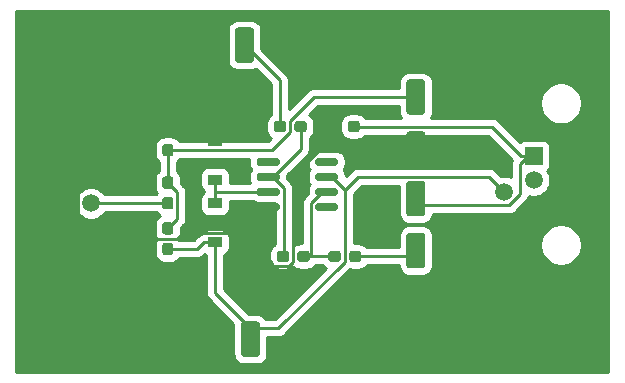
<source format=gbr>
%TF.GenerationSoftware,KiCad,Pcbnew,5.1.6-c6e7f7d~87~ubuntu20.04.1*%
%TF.CreationDate,2020-07-28T11:23:38+02:00*%
%TF.ProjectId,piezo,7069657a-6f2e-46b6-9963-61645f706362,rev?*%
%TF.SameCoordinates,Original*%
%TF.FileFunction,Copper,L1,Top*%
%TF.FilePolarity,Positive*%
%FSLAX46Y46*%
G04 Gerber Fmt 4.6, Leading zero omitted, Abs format (unit mm)*
G04 Created by KiCad (PCBNEW 5.1.6-c6e7f7d~87~ubuntu20.04.1) date 2020-07-28 11:23:38*
%MOMM*%
%LPD*%
G01*
G04 APERTURE LIST*
%TA.AperFunction,ComponentPad*%
%ADD10C,1.500000*%
%TD*%
%TA.AperFunction,ComponentPad*%
%ADD11R,1.500000X1.500000*%
%TD*%
%TA.AperFunction,SMDPad,CuDef*%
%ADD12R,1.200000X0.900000*%
%TD*%
%TA.AperFunction,ComponentPad*%
%ADD13C,3.800000*%
%TD*%
%TA.AperFunction,Conductor*%
%ADD14C,0.250000*%
%TD*%
%TA.AperFunction,Conductor*%
%ADD15C,0.254000*%
%TD*%
G04 APERTURE END LIST*
%TO.P,C1,2*%
%TO.N,GND*%
%TA.AperFunction,SMDPad,CuDef*%
G36*
G01*
X131950000Y-128400000D02*
X133050000Y-128400000D01*
G75*
G02*
X133300000Y-128650000I0J-250000D01*
G01*
X133300000Y-131150000D01*
G75*
G02*
X133050000Y-131400000I-250000J0D01*
G01*
X131950000Y-131400000D01*
G75*
G02*
X131700000Y-131150000I0J250000D01*
G01*
X131700000Y-128650000D01*
G75*
G02*
X131950000Y-128400000I250000J0D01*
G01*
G37*
%TD.AperFunction*%
%TO.P,C1,1*%
%TO.N,Net-(C1-Pad1)*%
%TA.AperFunction,SMDPad,CuDef*%
G36*
G01*
X131950000Y-124000000D02*
X133050000Y-124000000D01*
G75*
G02*
X133300000Y-124250000I0J-250000D01*
G01*
X133300000Y-126750000D01*
G75*
G02*
X133050000Y-127000000I-250000J0D01*
G01*
X131950000Y-127000000D01*
G75*
G02*
X131700000Y-126750000I0J250000D01*
G01*
X131700000Y-124250000D01*
G75*
G02*
X131950000Y-124000000I250000J0D01*
G01*
G37*
%TD.AperFunction*%
%TD*%
%TO.P,C2,2*%
%TO.N,GND*%
%TA.AperFunction,SMDPad,CuDef*%
G36*
G01*
X119050000Y-143100000D02*
X117950000Y-143100000D01*
G75*
G02*
X117700000Y-142850000I0J250000D01*
G01*
X117700000Y-140350000D01*
G75*
G02*
X117950000Y-140100000I250000J0D01*
G01*
X119050000Y-140100000D01*
G75*
G02*
X119300000Y-140350000I0J-250000D01*
G01*
X119300000Y-142850000D01*
G75*
G02*
X119050000Y-143100000I-250000J0D01*
G01*
G37*
%TD.AperFunction*%
%TO.P,C2,1*%
%TO.N,VCC*%
%TA.AperFunction,SMDPad,CuDef*%
G36*
G01*
X119050000Y-147500000D02*
X117950000Y-147500000D01*
G75*
G02*
X117700000Y-147250000I0J250000D01*
G01*
X117700000Y-144750000D01*
G75*
G02*
X117950000Y-144500000I250000J0D01*
G01*
X119050000Y-144500000D01*
G75*
G02*
X119300000Y-144750000I0J-250000D01*
G01*
X119300000Y-147250000D01*
G75*
G02*
X119050000Y-147500000I-250000J0D01*
G01*
G37*
%TD.AperFunction*%
%TD*%
%TO.P,C3,1*%
%TO.N,GND*%
%TA.AperFunction,SMDPad,CuDef*%
G36*
G01*
X118550000Y-127000000D02*
X117450000Y-127000000D01*
G75*
G02*
X117200000Y-126750000I0J250000D01*
G01*
X117200000Y-124250000D01*
G75*
G02*
X117450000Y-124000000I250000J0D01*
G01*
X118550000Y-124000000D01*
G75*
G02*
X118800000Y-124250000I0J-250000D01*
G01*
X118800000Y-126750000D01*
G75*
G02*
X118550000Y-127000000I-250000J0D01*
G01*
G37*
%TD.AperFunction*%
%TO.P,C3,2*%
%TO.N,Net-(C3-Pad2)*%
%TA.AperFunction,SMDPad,CuDef*%
G36*
G01*
X118550000Y-122600000D02*
X117450000Y-122600000D01*
G75*
G02*
X117200000Y-122350000I0J250000D01*
G01*
X117200000Y-119850000D01*
G75*
G02*
X117450000Y-119600000I250000J0D01*
G01*
X118550000Y-119600000D01*
G75*
G02*
X118800000Y-119850000I0J-250000D01*
G01*
X118800000Y-122350000D01*
G75*
G02*
X118550000Y-122600000I-250000J0D01*
G01*
G37*
%TD.AperFunction*%
%TD*%
%TO.P,C4,1*%
%TO.N,Net-(C4-Pad1)*%
%TA.AperFunction,SMDPad,CuDef*%
G36*
G01*
X131950000Y-132600000D02*
X133050000Y-132600000D01*
G75*
G02*
X133300000Y-132850000I0J-250000D01*
G01*
X133300000Y-135350000D01*
G75*
G02*
X133050000Y-135600000I-250000J0D01*
G01*
X131950000Y-135600000D01*
G75*
G02*
X131700000Y-135350000I0J250000D01*
G01*
X131700000Y-132850000D01*
G75*
G02*
X131950000Y-132600000I250000J0D01*
G01*
G37*
%TD.AperFunction*%
%TO.P,C4,2*%
%TO.N,Net-(C4-Pad2)*%
%TA.AperFunction,SMDPad,CuDef*%
G36*
G01*
X131950000Y-137000000D02*
X133050000Y-137000000D01*
G75*
G02*
X133300000Y-137250000I0J-250000D01*
G01*
X133300000Y-139750000D01*
G75*
G02*
X133050000Y-140000000I-250000J0D01*
G01*
X131950000Y-140000000D01*
G75*
G02*
X131700000Y-139750000I0J250000D01*
G01*
X131700000Y-137250000D01*
G75*
G02*
X131950000Y-137000000I250000J0D01*
G01*
G37*
%TD.AperFunction*%
%TD*%
%TO.P,U1,1*%
%TO.N,N/C*%
%TA.AperFunction,SMDPad,CuDef*%
G36*
G01*
X119025000Y-131150000D02*
X119025000Y-130850000D01*
G75*
G02*
X119175000Y-130700000I150000J0D01*
G01*
X120825000Y-130700000D01*
G75*
G02*
X120975000Y-130850000I0J-150000D01*
G01*
X120975000Y-131150000D01*
G75*
G02*
X120825000Y-131300000I-150000J0D01*
G01*
X119175000Y-131300000D01*
G75*
G02*
X119025000Y-131150000I0J150000D01*
G01*
G37*
%TD.AperFunction*%
%TO.P,U1,2*%
%TO.N,Net-(R4-Pad2)*%
%TA.AperFunction,SMDPad,CuDef*%
G36*
G01*
X119025000Y-132420000D02*
X119025000Y-132120000D01*
G75*
G02*
X119175000Y-131970000I150000J0D01*
G01*
X120825000Y-131970000D01*
G75*
G02*
X120975000Y-132120000I0J-150000D01*
G01*
X120975000Y-132420000D01*
G75*
G02*
X120825000Y-132570000I-150000J0D01*
G01*
X119175000Y-132570000D01*
G75*
G02*
X119025000Y-132420000I0J150000D01*
G01*
G37*
%TD.AperFunction*%
%TO.P,U1,3*%
%TO.N,Net-(D1-Pad2)*%
%TA.AperFunction,SMDPad,CuDef*%
G36*
G01*
X119025000Y-133690000D02*
X119025000Y-133390000D01*
G75*
G02*
X119175000Y-133240000I150000J0D01*
G01*
X120825000Y-133240000D01*
G75*
G02*
X120975000Y-133390000I0J-150000D01*
G01*
X120975000Y-133690000D01*
G75*
G02*
X120825000Y-133840000I-150000J0D01*
G01*
X119175000Y-133840000D01*
G75*
G02*
X119025000Y-133690000I0J150000D01*
G01*
G37*
%TD.AperFunction*%
%TO.P,U1,4*%
%TO.N,GND*%
%TA.AperFunction,SMDPad,CuDef*%
G36*
G01*
X119025000Y-134960000D02*
X119025000Y-134660000D01*
G75*
G02*
X119175000Y-134510000I150000J0D01*
G01*
X120825000Y-134510000D01*
G75*
G02*
X120975000Y-134660000I0J-150000D01*
G01*
X120975000Y-134960000D01*
G75*
G02*
X120825000Y-135110000I-150000J0D01*
G01*
X119175000Y-135110000D01*
G75*
G02*
X119025000Y-134960000I0J150000D01*
G01*
G37*
%TD.AperFunction*%
%TO.P,U1,5*%
%TO.N,N/C*%
%TA.AperFunction,SMDPad,CuDef*%
G36*
G01*
X123975000Y-134960000D02*
X123975000Y-134660000D01*
G75*
G02*
X124125000Y-134510000I150000J0D01*
G01*
X125775000Y-134510000D01*
G75*
G02*
X125925000Y-134660000I0J-150000D01*
G01*
X125925000Y-134960000D01*
G75*
G02*
X125775000Y-135110000I-150000J0D01*
G01*
X124125000Y-135110000D01*
G75*
G02*
X123975000Y-134960000I0J150000D01*
G01*
G37*
%TD.AperFunction*%
%TO.P,U1,6*%
%TO.N,Net-(R5-Pad1)*%
%TA.AperFunction,SMDPad,CuDef*%
G36*
G01*
X123975000Y-133690000D02*
X123975000Y-133390000D01*
G75*
G02*
X124125000Y-133240000I150000J0D01*
G01*
X125775000Y-133240000D01*
G75*
G02*
X125925000Y-133390000I0J-150000D01*
G01*
X125925000Y-133690000D01*
G75*
G02*
X125775000Y-133840000I-150000J0D01*
G01*
X124125000Y-133840000D01*
G75*
G02*
X123975000Y-133690000I0J150000D01*
G01*
G37*
%TD.AperFunction*%
%TO.P,U1,7*%
%TO.N,VCC*%
%TA.AperFunction,SMDPad,CuDef*%
G36*
G01*
X123975000Y-132420000D02*
X123975000Y-132120000D01*
G75*
G02*
X124125000Y-131970000I150000J0D01*
G01*
X125775000Y-131970000D01*
G75*
G02*
X125925000Y-132120000I0J-150000D01*
G01*
X125925000Y-132420000D01*
G75*
G02*
X125775000Y-132570000I-150000J0D01*
G01*
X124125000Y-132570000D01*
G75*
G02*
X123975000Y-132420000I0J150000D01*
G01*
G37*
%TD.AperFunction*%
%TO.P,U1,8*%
%TO.N,N/C*%
%TA.AperFunction,SMDPad,CuDef*%
G36*
G01*
X123975000Y-131150000D02*
X123975000Y-130850000D01*
G75*
G02*
X124125000Y-130700000I150000J0D01*
G01*
X125775000Y-130700000D01*
G75*
G02*
X125925000Y-130850000I0J-150000D01*
G01*
X125925000Y-131150000D01*
G75*
G02*
X125775000Y-131300000I-150000J0D01*
G01*
X124125000Y-131300000D01*
G75*
G02*
X123975000Y-131150000I0J150000D01*
G01*
G37*
%TD.AperFunction*%
%TD*%
D10*
%TO.P,X1,1*%
%TO.N,Net-(R1-Pad1)*%
X105000000Y-134500000D03*
%TO.P,X1,2*%
%TO.N,GND*%
X105000000Y-129600000D03*
%TD*%
%TO.P,R4,2*%
%TO.N,Net-(R4-Pad2)*%
%TA.AperFunction,SMDPad,CuDef*%
G36*
G01*
X122225000Y-128237500D02*
X122225000Y-127762500D01*
G75*
G02*
X122462500Y-127525000I237500J0D01*
G01*
X123037500Y-127525000D01*
G75*
G02*
X123275000Y-127762500I0J-237500D01*
G01*
X123275000Y-128237500D01*
G75*
G02*
X123037500Y-128475000I-237500J0D01*
G01*
X122462500Y-128475000D01*
G75*
G02*
X122225000Y-128237500I0J237500D01*
G01*
G37*
%TD.AperFunction*%
%TO.P,R4,1*%
%TO.N,Net-(C3-Pad2)*%
%TA.AperFunction,SMDPad,CuDef*%
G36*
G01*
X120475000Y-128237500D02*
X120475000Y-127762500D01*
G75*
G02*
X120712500Y-127525000I237500J0D01*
G01*
X121287500Y-127525000D01*
G75*
G02*
X121525000Y-127762500I0J-237500D01*
G01*
X121525000Y-128237500D01*
G75*
G02*
X121287500Y-128475000I-237500J0D01*
G01*
X120712500Y-128475000D01*
G75*
G02*
X120475000Y-128237500I0J237500D01*
G01*
G37*
%TD.AperFunction*%
%TD*%
%TO.P,R1,1*%
%TO.N,Net-(R1-Pad1)*%
%TA.AperFunction,SMDPad,CuDef*%
G36*
G01*
X111737500Y-135025000D02*
X111262500Y-135025000D01*
G75*
G02*
X111025000Y-134787500I0J237500D01*
G01*
X111025000Y-134212500D01*
G75*
G02*
X111262500Y-133975000I237500J0D01*
G01*
X111737500Y-133975000D01*
G75*
G02*
X111975000Y-134212500I0J-237500D01*
G01*
X111975000Y-134787500D01*
G75*
G02*
X111737500Y-135025000I-237500J0D01*
G01*
G37*
%TD.AperFunction*%
%TO.P,R1,2*%
%TO.N,Net-(C1-Pad1)*%
%TA.AperFunction,SMDPad,CuDef*%
G36*
G01*
X111737500Y-133275000D02*
X111262500Y-133275000D01*
G75*
G02*
X111025000Y-133037500I0J237500D01*
G01*
X111025000Y-132462500D01*
G75*
G02*
X111262500Y-132225000I237500J0D01*
G01*
X111737500Y-132225000D01*
G75*
G02*
X111975000Y-132462500I0J-237500D01*
G01*
X111975000Y-133037500D01*
G75*
G02*
X111737500Y-133275000I-237500J0D01*
G01*
G37*
%TD.AperFunction*%
%TD*%
%TO.P,R2,1*%
%TO.N,VCC*%
%TA.AperFunction,SMDPad,CuDef*%
G36*
G01*
X111737500Y-138900000D02*
X111262500Y-138900000D01*
G75*
G02*
X111025000Y-138662500I0J237500D01*
G01*
X111025000Y-138087500D01*
G75*
G02*
X111262500Y-137850000I237500J0D01*
G01*
X111737500Y-137850000D01*
G75*
G02*
X111975000Y-138087500I0J-237500D01*
G01*
X111975000Y-138662500D01*
G75*
G02*
X111737500Y-138900000I-237500J0D01*
G01*
G37*
%TD.AperFunction*%
%TO.P,R2,2*%
%TO.N,Net-(C1-Pad1)*%
%TA.AperFunction,SMDPad,CuDef*%
G36*
G01*
X111737500Y-137150000D02*
X111262500Y-137150000D01*
G75*
G02*
X111025000Y-136912500I0J237500D01*
G01*
X111025000Y-136337500D01*
G75*
G02*
X111262500Y-136100000I237500J0D01*
G01*
X111737500Y-136100000D01*
G75*
G02*
X111975000Y-136337500I0J-237500D01*
G01*
X111975000Y-136912500D01*
G75*
G02*
X111737500Y-137150000I-237500J0D01*
G01*
G37*
%TD.AperFunction*%
%TD*%
%TO.P,R3,2*%
%TO.N,GND*%
%TA.AperFunction,SMDPad,CuDef*%
G36*
G01*
X111737500Y-128775000D02*
X111262500Y-128775000D01*
G75*
G02*
X111025000Y-128537500I0J237500D01*
G01*
X111025000Y-127962500D01*
G75*
G02*
X111262500Y-127725000I237500J0D01*
G01*
X111737500Y-127725000D01*
G75*
G02*
X111975000Y-127962500I0J-237500D01*
G01*
X111975000Y-128537500D01*
G75*
G02*
X111737500Y-128775000I-237500J0D01*
G01*
G37*
%TD.AperFunction*%
%TO.P,R3,1*%
%TO.N,Net-(C1-Pad1)*%
%TA.AperFunction,SMDPad,CuDef*%
G36*
G01*
X111737500Y-130525000D02*
X111262500Y-130525000D01*
G75*
G02*
X111025000Y-130287500I0J237500D01*
G01*
X111025000Y-129712500D01*
G75*
G02*
X111262500Y-129475000I237500J0D01*
G01*
X111737500Y-129475000D01*
G75*
G02*
X111975000Y-129712500I0J-237500D01*
G01*
X111975000Y-130287500D01*
G75*
G02*
X111737500Y-130525000I-237500J0D01*
G01*
G37*
%TD.AperFunction*%
%TD*%
%TO.P,R5,1*%
%TO.N,Net-(R5-Pad1)*%
%TA.AperFunction,SMDPad,CuDef*%
G36*
G01*
X123525000Y-138762500D02*
X123525000Y-139237500D01*
G75*
G02*
X123287500Y-139475000I-237500J0D01*
G01*
X122712500Y-139475000D01*
G75*
G02*
X122475000Y-139237500I0J237500D01*
G01*
X122475000Y-138762500D01*
G75*
G02*
X122712500Y-138525000I237500J0D01*
G01*
X123287500Y-138525000D01*
G75*
G02*
X123525000Y-138762500I0J-237500D01*
G01*
G37*
%TD.AperFunction*%
%TO.P,R5,2*%
%TO.N,Net-(R4-Pad2)*%
%TA.AperFunction,SMDPad,CuDef*%
G36*
G01*
X121775000Y-138762500D02*
X121775000Y-139237500D01*
G75*
G02*
X121537500Y-139475000I-237500J0D01*
G01*
X120962500Y-139475000D01*
G75*
G02*
X120725000Y-139237500I0J237500D01*
G01*
X120725000Y-138762500D01*
G75*
G02*
X120962500Y-138525000I237500J0D01*
G01*
X121537500Y-138525000D01*
G75*
G02*
X121775000Y-138762500I0J-237500D01*
G01*
G37*
%TD.AperFunction*%
%TD*%
%TO.P,R6,2*%
%TO.N,Net-(R5-Pad1)*%
%TA.AperFunction,SMDPad,CuDef*%
G36*
G01*
X126150000Y-138762500D02*
X126150000Y-139237500D01*
G75*
G02*
X125912500Y-139475000I-237500J0D01*
G01*
X125337500Y-139475000D01*
G75*
G02*
X125100000Y-139237500I0J237500D01*
G01*
X125100000Y-138762500D01*
G75*
G02*
X125337500Y-138525000I237500J0D01*
G01*
X125912500Y-138525000D01*
G75*
G02*
X126150000Y-138762500I0J-237500D01*
G01*
G37*
%TD.AperFunction*%
%TO.P,R6,1*%
%TO.N,Net-(C4-Pad2)*%
%TA.AperFunction,SMDPad,CuDef*%
G36*
G01*
X127900000Y-138762500D02*
X127900000Y-139237500D01*
G75*
G02*
X127662500Y-139475000I-237500J0D01*
G01*
X127087500Y-139475000D01*
G75*
G02*
X126850000Y-139237500I0J237500D01*
G01*
X126850000Y-138762500D01*
G75*
G02*
X127087500Y-138525000I237500J0D01*
G01*
X127662500Y-138525000D01*
G75*
G02*
X127900000Y-138762500I0J-237500D01*
G01*
G37*
%TD.AperFunction*%
%TD*%
%TO.P,R7,1*%
%TO.N,GND*%
%TA.AperFunction,SMDPad,CuDef*%
G36*
G01*
X124975000Y-128237500D02*
X124975000Y-127762500D01*
G75*
G02*
X125212500Y-127525000I237500J0D01*
G01*
X125787500Y-127525000D01*
G75*
G02*
X126025000Y-127762500I0J-237500D01*
G01*
X126025000Y-128237500D01*
G75*
G02*
X125787500Y-128475000I-237500J0D01*
G01*
X125212500Y-128475000D01*
G75*
G02*
X124975000Y-128237500I0J237500D01*
G01*
G37*
%TD.AperFunction*%
%TO.P,R7,2*%
%TO.N,Net-(C4-Pad1)*%
%TA.AperFunction,SMDPad,CuDef*%
G36*
G01*
X126725000Y-128237500D02*
X126725000Y-127762500D01*
G75*
G02*
X126962500Y-127525000I237500J0D01*
G01*
X127537500Y-127525000D01*
G75*
G02*
X127775000Y-127762500I0J-237500D01*
G01*
X127775000Y-128237500D01*
G75*
G02*
X127537500Y-128475000I-237500J0D01*
G01*
X126962500Y-128475000D01*
G75*
G02*
X126725000Y-128237500I0J237500D01*
G01*
G37*
%TD.AperFunction*%
%TD*%
D11*
%TO.P,J1,1*%
%TO.N,Net-(C4-Pad1)*%
X142500000Y-130500000D03*
D10*
%TO.P,J1,2*%
%TO.N,GND*%
X139960000Y-131520000D03*
%TO.P,J1,3*%
%TO.N,N/C*%
X142500000Y-132540000D03*
%TO.P,J1,4*%
%TO.N,VCC*%
X139960000Y-133560000D03*
%TD*%
D12*
%TO.P,D1,1*%
%TO.N,VCC*%
X115500000Y-137800000D03*
%TO.P,D1,2*%
%TO.N,Net-(D1-Pad2)*%
X115500000Y-134500000D03*
%TD*%
%TO.P,D2,2*%
%TO.N,GND*%
X115500000Y-129200000D03*
%TO.P,D2,1*%
%TO.N,Net-(D1-Pad2)*%
X115500000Y-132500000D03*
%TD*%
D13*
%TO.P,J2,1*%
%TO.N,GND*%
X145500000Y-121500000D03*
%TD*%
%TO.P,J3,1*%
%TO.N,GND*%
X145500000Y-145000000D03*
%TD*%
%TO.P,J4,1*%
%TO.N,GND*%
X102500000Y-121500000D03*
%TD*%
%TO.P,J5,1*%
%TO.N,GND*%
X102000000Y-145500000D03*
%TD*%
D14*
%TO.N,GND*%
X125500000Y-129562500D02*
X132162500Y-129562500D01*
X132162500Y-129562500D02*
X132500000Y-129900000D01*
X120342700Y-139757300D02*
X120386700Y-139801300D01*
X120386700Y-139801300D02*
X121791400Y-139801300D01*
X121791400Y-139801300D02*
X122125000Y-139467700D01*
X122125000Y-139467700D02*
X122125000Y-132155700D01*
X122125000Y-132155700D02*
X124718200Y-129562500D01*
X124718200Y-129562500D02*
X125500000Y-129562500D01*
X125500000Y-129562500D02*
X125500000Y-128000000D01*
X117785400Y-137024600D02*
X120342700Y-139581900D01*
X120342700Y-139581900D02*
X120342700Y-139757300D01*
X120342700Y-139757300D02*
X118500000Y-141600000D01*
X139960000Y-131520000D02*
X134120000Y-131520000D01*
X134120000Y-131520000D02*
X132500000Y-129900000D01*
X115500000Y-129200000D02*
X115500000Y-128424700D01*
X117785400Y-137024600D02*
X120000000Y-134810000D01*
X103917200Y-137500000D02*
X112285600Y-137500000D01*
X112285600Y-137500000D02*
X112761000Y-137024600D01*
X112761000Y-137024600D02*
X117785400Y-137024600D01*
X103917200Y-137500000D02*
X103917200Y-130682800D01*
X103917200Y-130682800D02*
X105000000Y-129600000D01*
X102000000Y-145500000D02*
X103917200Y-143582800D01*
X103917200Y-143582800D02*
X103917200Y-137500000D01*
X106350000Y-128250000D02*
X111500000Y-128250000D01*
X105000000Y-129600000D02*
X106350000Y-128250000D01*
X106350000Y-128250000D02*
X102500000Y-124400000D01*
X102500000Y-124400000D02*
X102500000Y-121500000D01*
X115325300Y-128250000D02*
X115500000Y-128424700D01*
X111500000Y-128250000D02*
X115325300Y-128250000D01*
X115325300Y-128250000D02*
X115325300Y-128174700D01*
X115325300Y-128174700D02*
X118000000Y-125500000D01*
%TO.N,Net-(C1-Pad1)*%
X111500000Y-130000000D02*
X120331100Y-130000000D01*
X120331100Y-130000000D02*
X121875000Y-128456100D01*
X121875000Y-128456100D02*
X121875000Y-127492700D01*
X121875000Y-127492700D02*
X123867700Y-125500000D01*
X123867700Y-125500000D02*
X132500000Y-125500000D01*
X111500000Y-130000000D02*
X111500000Y-132750000D01*
X111500000Y-132750000D02*
X112310600Y-133560600D01*
X112310600Y-133560600D02*
X112310600Y-135814400D01*
X112310600Y-135814400D02*
X111500000Y-136625000D01*
%TO.N,VCC*%
X126500000Y-133366900D02*
X125403100Y-132270000D01*
X125403100Y-132270000D02*
X124950000Y-132270000D01*
X118500000Y-145079100D02*
X120867400Y-145079100D01*
X120867400Y-145079100D02*
X126500000Y-139446500D01*
X126500000Y-139446500D02*
X126500000Y-133366900D01*
X139960000Y-133560000D02*
X138658500Y-132258500D01*
X138658500Y-132258500D02*
X127608400Y-132258500D01*
X127608400Y-132258500D02*
X126500000Y-133366900D01*
X118500000Y-145079100D02*
X115500000Y-142079100D01*
X115500000Y-142079100D02*
X115500000Y-137800000D01*
X118500000Y-146000000D02*
X118500000Y-145079100D01*
X115500000Y-137800000D02*
X114574700Y-137800000D01*
X114574700Y-137800000D02*
X113999700Y-138375000D01*
X113999700Y-138375000D02*
X111500000Y-138375000D01*
%TO.N,Net-(C4-Pad1)*%
X141962400Y-130500000D02*
X141328100Y-131134300D01*
X141328100Y-131134300D02*
X141328100Y-133741900D01*
X141328100Y-133741900D02*
X140411000Y-134659000D01*
X140411000Y-134659000D02*
X133059000Y-134659000D01*
X133059000Y-134659000D02*
X132500000Y-134100000D01*
X141962400Y-130500000D02*
X141424700Y-130500000D01*
X142500000Y-130500000D02*
X141962400Y-130500000D01*
X127250000Y-128000000D02*
X138924700Y-128000000D01*
X138924700Y-128000000D02*
X141424700Y-130500000D01*
%TO.N,Net-(C4-Pad2)*%
X127375000Y-139000000D02*
X132000000Y-139000000D01*
X132000000Y-139000000D02*
X132500000Y-138500000D01*
%TO.N,Net-(D1-Pad2)*%
X115500000Y-133540000D02*
X115500000Y-134500000D01*
X115500000Y-132500000D02*
X115500000Y-133540000D01*
X115500000Y-133540000D02*
X120000000Y-133540000D01*
%TO.N,Net-(R1-Pad1)*%
X111500000Y-134500000D02*
X105000000Y-134500000D01*
%TO.N,Net-(C3-Pad2)*%
X121000000Y-128000000D02*
X121000000Y-124100000D01*
X121000000Y-124100000D02*
X118000000Y-121100000D01*
%TO.N,Net-(R4-Pad2)*%
X120397400Y-132270000D02*
X120000000Y-132270000D01*
X121250000Y-139000000D02*
X121335400Y-138914600D01*
X121335400Y-138914600D02*
X121335400Y-133208000D01*
X121335400Y-133208000D02*
X120397400Y-132270000D01*
X122750000Y-128000000D02*
X122750000Y-129917400D01*
X122750000Y-129917400D02*
X120397400Y-132270000D01*
%TO.N,Net-(R5-Pad1)*%
X123648700Y-139000000D02*
X125625000Y-139000000D01*
X123000000Y-139000000D02*
X123648700Y-139000000D01*
X123648700Y-139000000D02*
X123648700Y-134456500D01*
X123648700Y-134456500D02*
X124565200Y-133540000D01*
X124565200Y-133540000D02*
X124950000Y-133540000D01*
%TD*%
D15*
%TO.N,GND*%
G36*
X148815000Y-123533646D02*
G01*
X148815001Y-123533656D01*
X148815000Y-148815000D01*
X98685000Y-148815000D01*
X98685000Y-134363589D01*
X103615000Y-134363589D01*
X103615000Y-134636411D01*
X103668225Y-134903989D01*
X103772629Y-135156043D01*
X103924201Y-135382886D01*
X104117114Y-135575799D01*
X104343957Y-135727371D01*
X104596011Y-135831775D01*
X104863589Y-135885000D01*
X105136411Y-135885000D01*
X105403989Y-135831775D01*
X105656043Y-135727371D01*
X105882886Y-135575799D01*
X106075799Y-135382886D01*
X106157909Y-135260000D01*
X110527036Y-135260000D01*
X110534488Y-135273942D01*
X110643377Y-135406623D01*
X110776058Y-135515512D01*
X110863967Y-135562500D01*
X110776058Y-135609488D01*
X110643377Y-135718377D01*
X110534488Y-135851058D01*
X110453577Y-136002433D01*
X110403752Y-136166684D01*
X110386928Y-136337500D01*
X110386928Y-136912500D01*
X110403752Y-137083316D01*
X110453577Y-137247567D01*
X110534488Y-137398942D01*
X110617425Y-137500000D01*
X110534488Y-137601058D01*
X110453577Y-137752433D01*
X110403752Y-137916684D01*
X110386928Y-138087500D01*
X110386928Y-138662500D01*
X110403752Y-138833316D01*
X110453577Y-138997567D01*
X110534488Y-139148942D01*
X110643377Y-139281623D01*
X110776058Y-139390512D01*
X110927433Y-139471423D01*
X111091684Y-139521248D01*
X111262500Y-139538072D01*
X111737500Y-139538072D01*
X111908316Y-139521248D01*
X112072567Y-139471423D01*
X112223942Y-139390512D01*
X112356623Y-139281623D01*
X112465512Y-139148942D01*
X112472964Y-139135000D01*
X113962378Y-139135000D01*
X113999700Y-139138676D01*
X114037022Y-139135000D01*
X114037033Y-139135000D01*
X114148686Y-139124003D01*
X114291947Y-139080546D01*
X114423976Y-139009974D01*
X114539701Y-138915001D01*
X114563503Y-138885998D01*
X114625960Y-138823541D01*
X114655820Y-138839502D01*
X114740001Y-138865038D01*
X114740000Y-142041777D01*
X114736324Y-142079100D01*
X114740000Y-142116422D01*
X114740000Y-142116432D01*
X114750997Y-142228085D01*
X114794454Y-142371346D01*
X114865026Y-142503376D01*
X114904871Y-142551926D01*
X114959999Y-142619101D01*
X114989003Y-142642904D01*
X117064992Y-144718893D01*
X117061928Y-144750000D01*
X117061928Y-147250000D01*
X117078992Y-147423254D01*
X117129528Y-147589850D01*
X117211595Y-147743386D01*
X117322038Y-147877962D01*
X117456614Y-147988405D01*
X117610150Y-148070472D01*
X117776746Y-148121008D01*
X117950000Y-148138072D01*
X119050000Y-148138072D01*
X119223254Y-148121008D01*
X119389850Y-148070472D01*
X119543386Y-147988405D01*
X119677962Y-147877962D01*
X119788405Y-147743386D01*
X119870472Y-147589850D01*
X119921008Y-147423254D01*
X119938072Y-147250000D01*
X119938072Y-145839100D01*
X120830078Y-145839100D01*
X120867400Y-145842776D01*
X120904722Y-145839100D01*
X120904733Y-145839100D01*
X121016386Y-145828103D01*
X121159647Y-145784646D01*
X121291676Y-145714074D01*
X121407401Y-145619101D01*
X121431204Y-145590097D01*
X126924304Y-140096998D01*
X127087500Y-140113072D01*
X127662500Y-140113072D01*
X127833316Y-140096248D01*
X127997567Y-140046423D01*
X128148942Y-139965512D01*
X128281623Y-139856623D01*
X128360920Y-139760000D01*
X131062913Y-139760000D01*
X131078992Y-139923254D01*
X131129528Y-140089850D01*
X131211595Y-140243386D01*
X131322038Y-140377962D01*
X131456614Y-140488405D01*
X131610150Y-140570472D01*
X131776746Y-140621008D01*
X131950000Y-140638072D01*
X133050000Y-140638072D01*
X133223254Y-140621008D01*
X133389850Y-140570472D01*
X133543386Y-140488405D01*
X133677962Y-140377962D01*
X133788405Y-140243386D01*
X133870472Y-140089850D01*
X133921008Y-139923254D01*
X133938072Y-139750000D01*
X133938072Y-137854193D01*
X143015000Y-137854193D01*
X143015000Y-138205807D01*
X143083596Y-138550665D01*
X143218153Y-138875515D01*
X143413500Y-139167871D01*
X143662129Y-139416500D01*
X143954485Y-139611847D01*
X144279335Y-139746404D01*
X144624193Y-139815000D01*
X144975807Y-139815000D01*
X145320665Y-139746404D01*
X145645515Y-139611847D01*
X145937871Y-139416500D01*
X146186500Y-139167871D01*
X146381847Y-138875515D01*
X146516404Y-138550665D01*
X146585000Y-138205807D01*
X146585000Y-137854193D01*
X146516404Y-137509335D01*
X146381847Y-137184485D01*
X146186500Y-136892129D01*
X145937871Y-136643500D01*
X145645515Y-136448153D01*
X145320665Y-136313596D01*
X144975807Y-136245000D01*
X144624193Y-136245000D01*
X144279335Y-136313596D01*
X143954485Y-136448153D01*
X143662129Y-136643500D01*
X143413500Y-136892129D01*
X143218153Y-137184485D01*
X143083596Y-137509335D01*
X143015000Y-137854193D01*
X133938072Y-137854193D01*
X133938072Y-137250000D01*
X133921008Y-137076746D01*
X133870472Y-136910150D01*
X133788405Y-136756614D01*
X133677962Y-136622038D01*
X133543386Y-136511595D01*
X133389850Y-136429528D01*
X133223254Y-136378992D01*
X133050000Y-136361928D01*
X131950000Y-136361928D01*
X131776746Y-136378992D01*
X131610150Y-136429528D01*
X131456614Y-136511595D01*
X131322038Y-136622038D01*
X131211595Y-136756614D01*
X131129528Y-136910150D01*
X131078992Y-137076746D01*
X131061928Y-137250000D01*
X131061928Y-138240000D01*
X128360920Y-138240000D01*
X128281623Y-138143377D01*
X128148942Y-138034488D01*
X127997567Y-137953577D01*
X127833316Y-137903752D01*
X127662500Y-137886928D01*
X127260000Y-137886928D01*
X127260000Y-133681701D01*
X127923202Y-133018500D01*
X131061928Y-133018500D01*
X131061928Y-135350000D01*
X131078992Y-135523254D01*
X131129528Y-135689850D01*
X131211595Y-135843386D01*
X131322038Y-135977962D01*
X131456614Y-136088405D01*
X131610150Y-136170472D01*
X131776746Y-136221008D01*
X131950000Y-136238072D01*
X133050000Y-136238072D01*
X133223254Y-136221008D01*
X133389850Y-136170472D01*
X133543386Y-136088405D01*
X133677962Y-135977962D01*
X133788405Y-135843386D01*
X133870472Y-135689850D01*
X133921008Y-135523254D01*
X133931276Y-135419000D01*
X140373678Y-135419000D01*
X140411000Y-135422676D01*
X140448322Y-135419000D01*
X140448333Y-135419000D01*
X140559986Y-135408003D01*
X140703247Y-135364546D01*
X140835276Y-135293974D01*
X140951001Y-135199001D01*
X140974803Y-135169998D01*
X141839103Y-134305699D01*
X141868101Y-134281901D01*
X141963074Y-134166176D01*
X142033646Y-134034147D01*
X142077103Y-133890886D01*
X142079653Y-133864999D01*
X142096011Y-133871775D01*
X142363589Y-133925000D01*
X142636411Y-133925000D01*
X142903989Y-133871775D01*
X143156043Y-133767371D01*
X143382886Y-133615799D01*
X143575799Y-133422886D01*
X143727371Y-133196043D01*
X143831775Y-132943989D01*
X143885000Y-132676411D01*
X143885000Y-132403589D01*
X143831775Y-132136011D01*
X143727371Y-131883957D01*
X143639224Y-131752035D01*
X143701185Y-131701185D01*
X143780537Y-131604494D01*
X143839502Y-131494180D01*
X143875812Y-131374482D01*
X143888072Y-131250000D01*
X143888072Y-129750000D01*
X143875812Y-129625518D01*
X143839502Y-129505820D01*
X143780537Y-129395506D01*
X143701185Y-129298815D01*
X143604494Y-129219463D01*
X143494180Y-129160498D01*
X143374482Y-129124188D01*
X143250000Y-129111928D01*
X141750000Y-129111928D01*
X141625518Y-129124188D01*
X141505820Y-129160498D01*
X141395506Y-129219463D01*
X141298815Y-129298815D01*
X141298590Y-129299089D01*
X139488504Y-127489003D01*
X139464701Y-127459999D01*
X139348976Y-127365026D01*
X139216947Y-127294454D01*
X139073686Y-127250997D01*
X138962033Y-127240000D01*
X138962022Y-127240000D01*
X138924700Y-127236324D01*
X138887378Y-127240000D01*
X133790215Y-127240000D01*
X133870472Y-127089850D01*
X133921008Y-126923254D01*
X133938072Y-126750000D01*
X133938072Y-125854193D01*
X143015000Y-125854193D01*
X143015000Y-126205807D01*
X143083596Y-126550665D01*
X143218153Y-126875515D01*
X143413500Y-127167871D01*
X143662129Y-127416500D01*
X143954485Y-127611847D01*
X144279335Y-127746404D01*
X144624193Y-127815000D01*
X144975807Y-127815000D01*
X145320665Y-127746404D01*
X145645515Y-127611847D01*
X145937871Y-127416500D01*
X146186500Y-127167871D01*
X146381847Y-126875515D01*
X146516404Y-126550665D01*
X146585000Y-126205807D01*
X146585000Y-125854193D01*
X146516404Y-125509335D01*
X146381847Y-125184485D01*
X146186500Y-124892129D01*
X145937871Y-124643500D01*
X145645515Y-124448153D01*
X145320665Y-124313596D01*
X144975807Y-124245000D01*
X144624193Y-124245000D01*
X144279335Y-124313596D01*
X143954485Y-124448153D01*
X143662129Y-124643500D01*
X143413500Y-124892129D01*
X143218153Y-125184485D01*
X143083596Y-125509335D01*
X143015000Y-125854193D01*
X133938072Y-125854193D01*
X133938072Y-124250000D01*
X133921008Y-124076746D01*
X133870472Y-123910150D01*
X133788405Y-123756614D01*
X133677962Y-123622038D01*
X133543386Y-123511595D01*
X133389850Y-123429528D01*
X133223254Y-123378992D01*
X133050000Y-123361928D01*
X131950000Y-123361928D01*
X131776746Y-123378992D01*
X131610150Y-123429528D01*
X131456614Y-123511595D01*
X131322038Y-123622038D01*
X131211595Y-123756614D01*
X131129528Y-123910150D01*
X131078992Y-124076746D01*
X131061928Y-124250000D01*
X131061928Y-124740000D01*
X123905022Y-124740000D01*
X123867699Y-124736324D01*
X123830376Y-124740000D01*
X123830367Y-124740000D01*
X123718714Y-124750997D01*
X123575453Y-124794454D01*
X123443424Y-124865026D01*
X123327699Y-124959999D01*
X123303901Y-124988997D01*
X121760000Y-126532899D01*
X121760000Y-124137325D01*
X121763676Y-124100000D01*
X121760000Y-124062675D01*
X121760000Y-124062667D01*
X121749003Y-123951014D01*
X121705546Y-123807753D01*
X121634974Y-123675724D01*
X121540001Y-123559999D01*
X121511003Y-123536201D01*
X119438072Y-121463271D01*
X119438072Y-119850000D01*
X119421008Y-119676746D01*
X119370472Y-119510150D01*
X119288405Y-119356614D01*
X119177962Y-119222038D01*
X119043386Y-119111595D01*
X118889850Y-119029528D01*
X118723254Y-118978992D01*
X118550000Y-118961928D01*
X117450000Y-118961928D01*
X117276746Y-118978992D01*
X117110150Y-119029528D01*
X116956614Y-119111595D01*
X116822038Y-119222038D01*
X116711595Y-119356614D01*
X116629528Y-119510150D01*
X116578992Y-119676746D01*
X116561928Y-119850000D01*
X116561928Y-122350000D01*
X116578992Y-122523254D01*
X116629528Y-122689850D01*
X116711595Y-122843386D01*
X116822038Y-122977962D01*
X116956614Y-123088405D01*
X117110150Y-123170472D01*
X117276746Y-123221008D01*
X117450000Y-123238072D01*
X118550000Y-123238072D01*
X118723254Y-123221008D01*
X118889850Y-123170472D01*
X118958810Y-123133612D01*
X120240001Y-124414803D01*
X120240000Y-127027036D01*
X120226058Y-127034488D01*
X120093377Y-127143377D01*
X119984488Y-127276058D01*
X119903577Y-127427433D01*
X119853752Y-127591684D01*
X119836928Y-127762500D01*
X119836928Y-128237500D01*
X119853752Y-128408316D01*
X119903577Y-128572567D01*
X119984488Y-128723942D01*
X120093377Y-128856623D01*
X120226058Y-128965512D01*
X120268240Y-128988059D01*
X120016299Y-129240000D01*
X112472964Y-129240000D01*
X112465512Y-129226058D01*
X112356623Y-129093377D01*
X112223942Y-128984488D01*
X112072567Y-128903577D01*
X111908316Y-128853752D01*
X111737500Y-128836928D01*
X111262500Y-128836928D01*
X111091684Y-128853752D01*
X110927433Y-128903577D01*
X110776058Y-128984488D01*
X110643377Y-129093377D01*
X110534488Y-129226058D01*
X110453577Y-129377433D01*
X110403752Y-129541684D01*
X110386928Y-129712500D01*
X110386928Y-130287500D01*
X110403752Y-130458316D01*
X110453577Y-130622567D01*
X110534488Y-130773942D01*
X110643377Y-130906623D01*
X110740000Y-130985920D01*
X110740001Y-131764080D01*
X110643377Y-131843377D01*
X110534488Y-131976058D01*
X110453577Y-132127433D01*
X110403752Y-132291684D01*
X110386928Y-132462500D01*
X110386928Y-133037500D01*
X110403752Y-133208316D01*
X110453577Y-133372567D01*
X110534488Y-133523942D01*
X110617425Y-133625000D01*
X110534488Y-133726058D01*
X110527036Y-133740000D01*
X106157909Y-133740000D01*
X106075799Y-133617114D01*
X105882886Y-133424201D01*
X105656043Y-133272629D01*
X105403989Y-133168225D01*
X105136411Y-133115000D01*
X104863589Y-133115000D01*
X104596011Y-133168225D01*
X104343957Y-133272629D01*
X104117114Y-133424201D01*
X103924201Y-133617114D01*
X103772629Y-133843957D01*
X103668225Y-134096011D01*
X103615000Y-134363589D01*
X98685000Y-134363589D01*
X98685000Y-118185000D01*
X148815001Y-118185000D01*
X148815000Y-123533646D01*
G37*
X148815000Y-123533646D02*
X148815001Y-123533656D01*
X148815000Y-148815000D01*
X98685000Y-148815000D01*
X98685000Y-134363589D01*
X103615000Y-134363589D01*
X103615000Y-134636411D01*
X103668225Y-134903989D01*
X103772629Y-135156043D01*
X103924201Y-135382886D01*
X104117114Y-135575799D01*
X104343957Y-135727371D01*
X104596011Y-135831775D01*
X104863589Y-135885000D01*
X105136411Y-135885000D01*
X105403989Y-135831775D01*
X105656043Y-135727371D01*
X105882886Y-135575799D01*
X106075799Y-135382886D01*
X106157909Y-135260000D01*
X110527036Y-135260000D01*
X110534488Y-135273942D01*
X110643377Y-135406623D01*
X110776058Y-135515512D01*
X110863967Y-135562500D01*
X110776058Y-135609488D01*
X110643377Y-135718377D01*
X110534488Y-135851058D01*
X110453577Y-136002433D01*
X110403752Y-136166684D01*
X110386928Y-136337500D01*
X110386928Y-136912500D01*
X110403752Y-137083316D01*
X110453577Y-137247567D01*
X110534488Y-137398942D01*
X110617425Y-137500000D01*
X110534488Y-137601058D01*
X110453577Y-137752433D01*
X110403752Y-137916684D01*
X110386928Y-138087500D01*
X110386928Y-138662500D01*
X110403752Y-138833316D01*
X110453577Y-138997567D01*
X110534488Y-139148942D01*
X110643377Y-139281623D01*
X110776058Y-139390512D01*
X110927433Y-139471423D01*
X111091684Y-139521248D01*
X111262500Y-139538072D01*
X111737500Y-139538072D01*
X111908316Y-139521248D01*
X112072567Y-139471423D01*
X112223942Y-139390512D01*
X112356623Y-139281623D01*
X112465512Y-139148942D01*
X112472964Y-139135000D01*
X113962378Y-139135000D01*
X113999700Y-139138676D01*
X114037022Y-139135000D01*
X114037033Y-139135000D01*
X114148686Y-139124003D01*
X114291947Y-139080546D01*
X114423976Y-139009974D01*
X114539701Y-138915001D01*
X114563503Y-138885998D01*
X114625960Y-138823541D01*
X114655820Y-138839502D01*
X114740001Y-138865038D01*
X114740000Y-142041777D01*
X114736324Y-142079100D01*
X114740000Y-142116422D01*
X114740000Y-142116432D01*
X114750997Y-142228085D01*
X114794454Y-142371346D01*
X114865026Y-142503376D01*
X114904871Y-142551926D01*
X114959999Y-142619101D01*
X114989003Y-142642904D01*
X117064992Y-144718893D01*
X117061928Y-144750000D01*
X117061928Y-147250000D01*
X117078992Y-147423254D01*
X117129528Y-147589850D01*
X117211595Y-147743386D01*
X117322038Y-147877962D01*
X117456614Y-147988405D01*
X117610150Y-148070472D01*
X117776746Y-148121008D01*
X117950000Y-148138072D01*
X119050000Y-148138072D01*
X119223254Y-148121008D01*
X119389850Y-148070472D01*
X119543386Y-147988405D01*
X119677962Y-147877962D01*
X119788405Y-147743386D01*
X119870472Y-147589850D01*
X119921008Y-147423254D01*
X119938072Y-147250000D01*
X119938072Y-145839100D01*
X120830078Y-145839100D01*
X120867400Y-145842776D01*
X120904722Y-145839100D01*
X120904733Y-145839100D01*
X121016386Y-145828103D01*
X121159647Y-145784646D01*
X121291676Y-145714074D01*
X121407401Y-145619101D01*
X121431204Y-145590097D01*
X126924304Y-140096998D01*
X127087500Y-140113072D01*
X127662500Y-140113072D01*
X127833316Y-140096248D01*
X127997567Y-140046423D01*
X128148942Y-139965512D01*
X128281623Y-139856623D01*
X128360920Y-139760000D01*
X131062913Y-139760000D01*
X131078992Y-139923254D01*
X131129528Y-140089850D01*
X131211595Y-140243386D01*
X131322038Y-140377962D01*
X131456614Y-140488405D01*
X131610150Y-140570472D01*
X131776746Y-140621008D01*
X131950000Y-140638072D01*
X133050000Y-140638072D01*
X133223254Y-140621008D01*
X133389850Y-140570472D01*
X133543386Y-140488405D01*
X133677962Y-140377962D01*
X133788405Y-140243386D01*
X133870472Y-140089850D01*
X133921008Y-139923254D01*
X133938072Y-139750000D01*
X133938072Y-137854193D01*
X143015000Y-137854193D01*
X143015000Y-138205807D01*
X143083596Y-138550665D01*
X143218153Y-138875515D01*
X143413500Y-139167871D01*
X143662129Y-139416500D01*
X143954485Y-139611847D01*
X144279335Y-139746404D01*
X144624193Y-139815000D01*
X144975807Y-139815000D01*
X145320665Y-139746404D01*
X145645515Y-139611847D01*
X145937871Y-139416500D01*
X146186500Y-139167871D01*
X146381847Y-138875515D01*
X146516404Y-138550665D01*
X146585000Y-138205807D01*
X146585000Y-137854193D01*
X146516404Y-137509335D01*
X146381847Y-137184485D01*
X146186500Y-136892129D01*
X145937871Y-136643500D01*
X145645515Y-136448153D01*
X145320665Y-136313596D01*
X144975807Y-136245000D01*
X144624193Y-136245000D01*
X144279335Y-136313596D01*
X143954485Y-136448153D01*
X143662129Y-136643500D01*
X143413500Y-136892129D01*
X143218153Y-137184485D01*
X143083596Y-137509335D01*
X143015000Y-137854193D01*
X133938072Y-137854193D01*
X133938072Y-137250000D01*
X133921008Y-137076746D01*
X133870472Y-136910150D01*
X133788405Y-136756614D01*
X133677962Y-136622038D01*
X133543386Y-136511595D01*
X133389850Y-136429528D01*
X133223254Y-136378992D01*
X133050000Y-136361928D01*
X131950000Y-136361928D01*
X131776746Y-136378992D01*
X131610150Y-136429528D01*
X131456614Y-136511595D01*
X131322038Y-136622038D01*
X131211595Y-136756614D01*
X131129528Y-136910150D01*
X131078992Y-137076746D01*
X131061928Y-137250000D01*
X131061928Y-138240000D01*
X128360920Y-138240000D01*
X128281623Y-138143377D01*
X128148942Y-138034488D01*
X127997567Y-137953577D01*
X127833316Y-137903752D01*
X127662500Y-137886928D01*
X127260000Y-137886928D01*
X127260000Y-133681701D01*
X127923202Y-133018500D01*
X131061928Y-133018500D01*
X131061928Y-135350000D01*
X131078992Y-135523254D01*
X131129528Y-135689850D01*
X131211595Y-135843386D01*
X131322038Y-135977962D01*
X131456614Y-136088405D01*
X131610150Y-136170472D01*
X131776746Y-136221008D01*
X131950000Y-136238072D01*
X133050000Y-136238072D01*
X133223254Y-136221008D01*
X133389850Y-136170472D01*
X133543386Y-136088405D01*
X133677962Y-135977962D01*
X133788405Y-135843386D01*
X133870472Y-135689850D01*
X133921008Y-135523254D01*
X133931276Y-135419000D01*
X140373678Y-135419000D01*
X140411000Y-135422676D01*
X140448322Y-135419000D01*
X140448333Y-135419000D01*
X140559986Y-135408003D01*
X140703247Y-135364546D01*
X140835276Y-135293974D01*
X140951001Y-135199001D01*
X140974803Y-135169998D01*
X141839103Y-134305699D01*
X141868101Y-134281901D01*
X141963074Y-134166176D01*
X142033646Y-134034147D01*
X142077103Y-133890886D01*
X142079653Y-133864999D01*
X142096011Y-133871775D01*
X142363589Y-133925000D01*
X142636411Y-133925000D01*
X142903989Y-133871775D01*
X143156043Y-133767371D01*
X143382886Y-133615799D01*
X143575799Y-133422886D01*
X143727371Y-133196043D01*
X143831775Y-132943989D01*
X143885000Y-132676411D01*
X143885000Y-132403589D01*
X143831775Y-132136011D01*
X143727371Y-131883957D01*
X143639224Y-131752035D01*
X143701185Y-131701185D01*
X143780537Y-131604494D01*
X143839502Y-131494180D01*
X143875812Y-131374482D01*
X143888072Y-131250000D01*
X143888072Y-129750000D01*
X143875812Y-129625518D01*
X143839502Y-129505820D01*
X143780537Y-129395506D01*
X143701185Y-129298815D01*
X143604494Y-129219463D01*
X143494180Y-129160498D01*
X143374482Y-129124188D01*
X143250000Y-129111928D01*
X141750000Y-129111928D01*
X141625518Y-129124188D01*
X141505820Y-129160498D01*
X141395506Y-129219463D01*
X141298815Y-129298815D01*
X141298590Y-129299089D01*
X139488504Y-127489003D01*
X139464701Y-127459999D01*
X139348976Y-127365026D01*
X139216947Y-127294454D01*
X139073686Y-127250997D01*
X138962033Y-127240000D01*
X138962022Y-127240000D01*
X138924700Y-127236324D01*
X138887378Y-127240000D01*
X133790215Y-127240000D01*
X133870472Y-127089850D01*
X133921008Y-126923254D01*
X133938072Y-126750000D01*
X133938072Y-125854193D01*
X143015000Y-125854193D01*
X143015000Y-126205807D01*
X143083596Y-126550665D01*
X143218153Y-126875515D01*
X143413500Y-127167871D01*
X143662129Y-127416500D01*
X143954485Y-127611847D01*
X144279335Y-127746404D01*
X144624193Y-127815000D01*
X144975807Y-127815000D01*
X145320665Y-127746404D01*
X145645515Y-127611847D01*
X145937871Y-127416500D01*
X146186500Y-127167871D01*
X146381847Y-126875515D01*
X146516404Y-126550665D01*
X146585000Y-126205807D01*
X146585000Y-125854193D01*
X146516404Y-125509335D01*
X146381847Y-125184485D01*
X146186500Y-124892129D01*
X145937871Y-124643500D01*
X145645515Y-124448153D01*
X145320665Y-124313596D01*
X144975807Y-124245000D01*
X144624193Y-124245000D01*
X144279335Y-124313596D01*
X143954485Y-124448153D01*
X143662129Y-124643500D01*
X143413500Y-124892129D01*
X143218153Y-125184485D01*
X143083596Y-125509335D01*
X143015000Y-125854193D01*
X133938072Y-125854193D01*
X133938072Y-124250000D01*
X133921008Y-124076746D01*
X133870472Y-123910150D01*
X133788405Y-123756614D01*
X133677962Y-123622038D01*
X133543386Y-123511595D01*
X133389850Y-123429528D01*
X133223254Y-123378992D01*
X133050000Y-123361928D01*
X131950000Y-123361928D01*
X131776746Y-123378992D01*
X131610150Y-123429528D01*
X131456614Y-123511595D01*
X131322038Y-123622038D01*
X131211595Y-123756614D01*
X131129528Y-123910150D01*
X131078992Y-124076746D01*
X131061928Y-124250000D01*
X131061928Y-124740000D01*
X123905022Y-124740000D01*
X123867699Y-124736324D01*
X123830376Y-124740000D01*
X123830367Y-124740000D01*
X123718714Y-124750997D01*
X123575453Y-124794454D01*
X123443424Y-124865026D01*
X123327699Y-124959999D01*
X123303901Y-124988997D01*
X121760000Y-126532899D01*
X121760000Y-124137325D01*
X121763676Y-124100000D01*
X121760000Y-124062675D01*
X121760000Y-124062667D01*
X121749003Y-123951014D01*
X121705546Y-123807753D01*
X121634974Y-123675724D01*
X121540001Y-123559999D01*
X121511003Y-123536201D01*
X119438072Y-121463271D01*
X119438072Y-119850000D01*
X119421008Y-119676746D01*
X119370472Y-119510150D01*
X119288405Y-119356614D01*
X119177962Y-119222038D01*
X119043386Y-119111595D01*
X118889850Y-119029528D01*
X118723254Y-118978992D01*
X118550000Y-118961928D01*
X117450000Y-118961928D01*
X117276746Y-118978992D01*
X117110150Y-119029528D01*
X116956614Y-119111595D01*
X116822038Y-119222038D01*
X116711595Y-119356614D01*
X116629528Y-119510150D01*
X116578992Y-119676746D01*
X116561928Y-119850000D01*
X116561928Y-122350000D01*
X116578992Y-122523254D01*
X116629528Y-122689850D01*
X116711595Y-122843386D01*
X116822038Y-122977962D01*
X116956614Y-123088405D01*
X117110150Y-123170472D01*
X117276746Y-123221008D01*
X117450000Y-123238072D01*
X118550000Y-123238072D01*
X118723254Y-123221008D01*
X118889850Y-123170472D01*
X118958810Y-123133612D01*
X120240001Y-124414803D01*
X120240000Y-127027036D01*
X120226058Y-127034488D01*
X120093377Y-127143377D01*
X119984488Y-127276058D01*
X119903577Y-127427433D01*
X119853752Y-127591684D01*
X119836928Y-127762500D01*
X119836928Y-128237500D01*
X119853752Y-128408316D01*
X119903577Y-128572567D01*
X119984488Y-128723942D01*
X120093377Y-128856623D01*
X120226058Y-128965512D01*
X120268240Y-128988059D01*
X120016299Y-129240000D01*
X112472964Y-129240000D01*
X112465512Y-129226058D01*
X112356623Y-129093377D01*
X112223942Y-128984488D01*
X112072567Y-128903577D01*
X111908316Y-128853752D01*
X111737500Y-128836928D01*
X111262500Y-128836928D01*
X111091684Y-128853752D01*
X110927433Y-128903577D01*
X110776058Y-128984488D01*
X110643377Y-129093377D01*
X110534488Y-129226058D01*
X110453577Y-129377433D01*
X110403752Y-129541684D01*
X110386928Y-129712500D01*
X110386928Y-130287500D01*
X110403752Y-130458316D01*
X110453577Y-130622567D01*
X110534488Y-130773942D01*
X110643377Y-130906623D01*
X110740000Y-130985920D01*
X110740001Y-131764080D01*
X110643377Y-131843377D01*
X110534488Y-131976058D01*
X110453577Y-132127433D01*
X110403752Y-132291684D01*
X110386928Y-132462500D01*
X110386928Y-133037500D01*
X110403752Y-133208316D01*
X110453577Y-133372567D01*
X110534488Y-133523942D01*
X110617425Y-133625000D01*
X110534488Y-133726058D01*
X110527036Y-133740000D01*
X106157909Y-133740000D01*
X106075799Y-133617114D01*
X105882886Y-133424201D01*
X105656043Y-133272629D01*
X105403989Y-133168225D01*
X105136411Y-133115000D01*
X104863589Y-133115000D01*
X104596011Y-133168225D01*
X104343957Y-133272629D01*
X104117114Y-133424201D01*
X103924201Y-133617114D01*
X103772629Y-133843957D01*
X103668225Y-134096011D01*
X103615000Y-134363589D01*
X98685000Y-134363589D01*
X98685000Y-118185000D01*
X148815001Y-118185000D01*
X148815000Y-123533646D01*
G36*
X118386928Y-130850000D02*
G01*
X118386928Y-131150000D01*
X118402071Y-131303745D01*
X118446916Y-131451582D01*
X118519742Y-131587829D01*
X118558454Y-131635000D01*
X118519742Y-131682171D01*
X118446916Y-131818418D01*
X118402071Y-131966255D01*
X118386928Y-132120000D01*
X118386928Y-132420000D01*
X118402071Y-132573745D01*
X118446916Y-132721582D01*
X118478141Y-132780000D01*
X116738072Y-132780000D01*
X116738072Y-132050000D01*
X116725812Y-131925518D01*
X116689502Y-131805820D01*
X116630537Y-131695506D01*
X116551185Y-131598815D01*
X116454494Y-131519463D01*
X116344180Y-131460498D01*
X116224482Y-131424188D01*
X116100000Y-131411928D01*
X114900000Y-131411928D01*
X114775518Y-131424188D01*
X114655820Y-131460498D01*
X114545506Y-131519463D01*
X114448815Y-131598815D01*
X114369463Y-131695506D01*
X114310498Y-131805820D01*
X114274188Y-131925518D01*
X114261928Y-132050000D01*
X114261928Y-132950000D01*
X114274188Y-133074482D01*
X114310498Y-133194180D01*
X114369463Y-133304494D01*
X114448815Y-133401185D01*
X114545506Y-133480537D01*
X114581918Y-133500000D01*
X114545506Y-133519463D01*
X114448815Y-133598815D01*
X114369463Y-133695506D01*
X114310498Y-133805820D01*
X114274188Y-133925518D01*
X114261928Y-134050000D01*
X114261928Y-134950000D01*
X114274188Y-135074482D01*
X114310498Y-135194180D01*
X114369463Y-135304494D01*
X114448815Y-135401185D01*
X114545506Y-135480537D01*
X114655820Y-135539502D01*
X114775518Y-135575812D01*
X114900000Y-135588072D01*
X116100000Y-135588072D01*
X116224482Y-135575812D01*
X116344180Y-135539502D01*
X116454494Y-135480537D01*
X116551185Y-135401185D01*
X116630537Y-135304494D01*
X116689502Y-135194180D01*
X116725812Y-135074482D01*
X116738072Y-134950000D01*
X116738072Y-134300000D01*
X118682024Y-134300000D01*
X118737171Y-134345258D01*
X118873418Y-134418084D01*
X119021255Y-134462929D01*
X119175000Y-134478072D01*
X120575401Y-134478072D01*
X120575400Y-137981389D01*
X120476058Y-138034488D01*
X120343377Y-138143377D01*
X120234488Y-138276058D01*
X120153577Y-138427433D01*
X120103752Y-138591684D01*
X120086928Y-138762500D01*
X120086928Y-139237500D01*
X120103752Y-139408316D01*
X120153577Y-139572567D01*
X120234488Y-139723942D01*
X120343377Y-139856623D01*
X120476058Y-139965512D01*
X120627433Y-140046423D01*
X120791684Y-140096248D01*
X120962500Y-140113072D01*
X121537500Y-140113072D01*
X121708316Y-140096248D01*
X121872567Y-140046423D01*
X122023942Y-139965512D01*
X122125000Y-139882575D01*
X122226058Y-139965512D01*
X122377433Y-140046423D01*
X122541684Y-140096248D01*
X122712500Y-140113072D01*
X123287500Y-140113072D01*
X123458316Y-140096248D01*
X123622567Y-140046423D01*
X123773942Y-139965512D01*
X123906623Y-139856623D01*
X123985920Y-139760000D01*
X124639080Y-139760000D01*
X124718377Y-139856623D01*
X124851058Y-139965512D01*
X124886984Y-139984715D01*
X120552599Y-144319100D01*
X119821805Y-144319100D01*
X119788405Y-144256614D01*
X119677962Y-144122038D01*
X119543386Y-144011595D01*
X119389850Y-143929528D01*
X119223254Y-143878992D01*
X119050000Y-143861928D01*
X118357630Y-143861928D01*
X116260000Y-141764299D01*
X116260000Y-138865038D01*
X116344180Y-138839502D01*
X116454494Y-138780537D01*
X116551185Y-138701185D01*
X116630537Y-138604494D01*
X116689502Y-138494180D01*
X116725812Y-138374482D01*
X116738072Y-138250000D01*
X116738072Y-137350000D01*
X116725812Y-137225518D01*
X116689502Y-137105820D01*
X116630537Y-136995506D01*
X116551185Y-136898815D01*
X116454494Y-136819463D01*
X116344180Y-136760498D01*
X116224482Y-136724188D01*
X116100000Y-136711928D01*
X114900000Y-136711928D01*
X114775518Y-136724188D01*
X114655820Y-136760498D01*
X114545506Y-136819463D01*
X114448815Y-136898815D01*
X114369463Y-136995506D01*
X114323176Y-137082101D01*
X114282453Y-137094454D01*
X114150424Y-137165026D01*
X114034699Y-137259999D01*
X114010900Y-137288998D01*
X113684899Y-137615000D01*
X112472964Y-137615000D01*
X112465512Y-137601058D01*
X112382575Y-137500000D01*
X112465512Y-137398942D01*
X112546423Y-137247567D01*
X112596248Y-137083316D01*
X112613072Y-136912500D01*
X112613072Y-136586730D01*
X112821602Y-136378199D01*
X112850601Y-136354401D01*
X112945574Y-136238676D01*
X113016146Y-136106647D01*
X113059603Y-135963386D01*
X113070600Y-135851733D01*
X113074277Y-135814400D01*
X113070600Y-135777067D01*
X113070600Y-133597933D01*
X113074277Y-133560600D01*
X113059603Y-133411614D01*
X113016146Y-133268353D01*
X112945574Y-133136324D01*
X112874399Y-133049597D01*
X112850601Y-133020599D01*
X112821604Y-132996802D01*
X112613072Y-132788270D01*
X112613072Y-132462500D01*
X112596248Y-132291684D01*
X112546423Y-132127433D01*
X112465512Y-131976058D01*
X112356623Y-131843377D01*
X112260000Y-131764080D01*
X112260000Y-130985920D01*
X112356623Y-130906623D01*
X112465512Y-130773942D01*
X112472964Y-130760000D01*
X118395792Y-130760000D01*
X118386928Y-130850000D01*
G37*
X118386928Y-130850000D02*
X118386928Y-131150000D01*
X118402071Y-131303745D01*
X118446916Y-131451582D01*
X118519742Y-131587829D01*
X118558454Y-131635000D01*
X118519742Y-131682171D01*
X118446916Y-131818418D01*
X118402071Y-131966255D01*
X118386928Y-132120000D01*
X118386928Y-132420000D01*
X118402071Y-132573745D01*
X118446916Y-132721582D01*
X118478141Y-132780000D01*
X116738072Y-132780000D01*
X116738072Y-132050000D01*
X116725812Y-131925518D01*
X116689502Y-131805820D01*
X116630537Y-131695506D01*
X116551185Y-131598815D01*
X116454494Y-131519463D01*
X116344180Y-131460498D01*
X116224482Y-131424188D01*
X116100000Y-131411928D01*
X114900000Y-131411928D01*
X114775518Y-131424188D01*
X114655820Y-131460498D01*
X114545506Y-131519463D01*
X114448815Y-131598815D01*
X114369463Y-131695506D01*
X114310498Y-131805820D01*
X114274188Y-131925518D01*
X114261928Y-132050000D01*
X114261928Y-132950000D01*
X114274188Y-133074482D01*
X114310498Y-133194180D01*
X114369463Y-133304494D01*
X114448815Y-133401185D01*
X114545506Y-133480537D01*
X114581918Y-133500000D01*
X114545506Y-133519463D01*
X114448815Y-133598815D01*
X114369463Y-133695506D01*
X114310498Y-133805820D01*
X114274188Y-133925518D01*
X114261928Y-134050000D01*
X114261928Y-134950000D01*
X114274188Y-135074482D01*
X114310498Y-135194180D01*
X114369463Y-135304494D01*
X114448815Y-135401185D01*
X114545506Y-135480537D01*
X114655820Y-135539502D01*
X114775518Y-135575812D01*
X114900000Y-135588072D01*
X116100000Y-135588072D01*
X116224482Y-135575812D01*
X116344180Y-135539502D01*
X116454494Y-135480537D01*
X116551185Y-135401185D01*
X116630537Y-135304494D01*
X116689502Y-135194180D01*
X116725812Y-135074482D01*
X116738072Y-134950000D01*
X116738072Y-134300000D01*
X118682024Y-134300000D01*
X118737171Y-134345258D01*
X118873418Y-134418084D01*
X119021255Y-134462929D01*
X119175000Y-134478072D01*
X120575401Y-134478072D01*
X120575400Y-137981389D01*
X120476058Y-138034488D01*
X120343377Y-138143377D01*
X120234488Y-138276058D01*
X120153577Y-138427433D01*
X120103752Y-138591684D01*
X120086928Y-138762500D01*
X120086928Y-139237500D01*
X120103752Y-139408316D01*
X120153577Y-139572567D01*
X120234488Y-139723942D01*
X120343377Y-139856623D01*
X120476058Y-139965512D01*
X120627433Y-140046423D01*
X120791684Y-140096248D01*
X120962500Y-140113072D01*
X121537500Y-140113072D01*
X121708316Y-140096248D01*
X121872567Y-140046423D01*
X122023942Y-139965512D01*
X122125000Y-139882575D01*
X122226058Y-139965512D01*
X122377433Y-140046423D01*
X122541684Y-140096248D01*
X122712500Y-140113072D01*
X123287500Y-140113072D01*
X123458316Y-140096248D01*
X123622567Y-140046423D01*
X123773942Y-139965512D01*
X123906623Y-139856623D01*
X123985920Y-139760000D01*
X124639080Y-139760000D01*
X124718377Y-139856623D01*
X124851058Y-139965512D01*
X124886984Y-139984715D01*
X120552599Y-144319100D01*
X119821805Y-144319100D01*
X119788405Y-144256614D01*
X119677962Y-144122038D01*
X119543386Y-144011595D01*
X119389850Y-143929528D01*
X119223254Y-143878992D01*
X119050000Y-143861928D01*
X118357630Y-143861928D01*
X116260000Y-141764299D01*
X116260000Y-138865038D01*
X116344180Y-138839502D01*
X116454494Y-138780537D01*
X116551185Y-138701185D01*
X116630537Y-138604494D01*
X116689502Y-138494180D01*
X116725812Y-138374482D01*
X116738072Y-138250000D01*
X116738072Y-137350000D01*
X116725812Y-137225518D01*
X116689502Y-137105820D01*
X116630537Y-136995506D01*
X116551185Y-136898815D01*
X116454494Y-136819463D01*
X116344180Y-136760498D01*
X116224482Y-136724188D01*
X116100000Y-136711928D01*
X114900000Y-136711928D01*
X114775518Y-136724188D01*
X114655820Y-136760498D01*
X114545506Y-136819463D01*
X114448815Y-136898815D01*
X114369463Y-136995506D01*
X114323176Y-137082101D01*
X114282453Y-137094454D01*
X114150424Y-137165026D01*
X114034699Y-137259999D01*
X114010900Y-137288998D01*
X113684899Y-137615000D01*
X112472964Y-137615000D01*
X112465512Y-137601058D01*
X112382575Y-137500000D01*
X112465512Y-137398942D01*
X112546423Y-137247567D01*
X112596248Y-137083316D01*
X112613072Y-136912500D01*
X112613072Y-136586730D01*
X112821602Y-136378199D01*
X112850601Y-136354401D01*
X112945574Y-136238676D01*
X113016146Y-136106647D01*
X113059603Y-135963386D01*
X113070600Y-135851733D01*
X113074277Y-135814400D01*
X113070600Y-135777067D01*
X113070600Y-133597933D01*
X113074277Y-133560600D01*
X113059603Y-133411614D01*
X113016146Y-133268353D01*
X112945574Y-133136324D01*
X112874399Y-133049597D01*
X112850601Y-133020599D01*
X112821604Y-132996802D01*
X112613072Y-132788270D01*
X112613072Y-132462500D01*
X112596248Y-132291684D01*
X112546423Y-132127433D01*
X112465512Y-131976058D01*
X112356623Y-131843377D01*
X112260000Y-131764080D01*
X112260000Y-130985920D01*
X112356623Y-130906623D01*
X112465512Y-130773942D01*
X112472964Y-130760000D01*
X118395792Y-130760000D01*
X118386928Y-130850000D01*
G36*
X131061928Y-126750000D02*
G01*
X131078992Y-126923254D01*
X131129528Y-127089850D01*
X131209785Y-127240000D01*
X128235920Y-127240000D01*
X128156623Y-127143377D01*
X128023942Y-127034488D01*
X127872567Y-126953577D01*
X127708316Y-126903752D01*
X127537500Y-126886928D01*
X126962500Y-126886928D01*
X126791684Y-126903752D01*
X126627433Y-126953577D01*
X126476058Y-127034488D01*
X126343377Y-127143377D01*
X126234488Y-127276058D01*
X126153577Y-127427433D01*
X126103752Y-127591684D01*
X126086928Y-127762500D01*
X126086928Y-128237500D01*
X126103752Y-128408316D01*
X126153577Y-128572567D01*
X126234488Y-128723942D01*
X126343377Y-128856623D01*
X126476058Y-128965512D01*
X126627433Y-129046423D01*
X126791684Y-129096248D01*
X126962500Y-129113072D01*
X127537500Y-129113072D01*
X127708316Y-129096248D01*
X127872567Y-129046423D01*
X128023942Y-128965512D01*
X128156623Y-128856623D01*
X128235920Y-128760000D01*
X138609899Y-128760000D01*
X140646727Y-130796829D01*
X140622554Y-130842054D01*
X140579097Y-130985315D01*
X140568100Y-131096968D01*
X140568100Y-131096978D01*
X140564424Y-131134300D01*
X140568100Y-131171623D01*
X140568100Y-132312771D01*
X140363989Y-132228225D01*
X140096411Y-132175000D01*
X139823589Y-132175000D01*
X139678635Y-132203833D01*
X139222304Y-131747503D01*
X139198501Y-131718499D01*
X139082776Y-131623526D01*
X138950747Y-131552954D01*
X138807486Y-131509497D01*
X138695833Y-131498500D01*
X138695822Y-131498500D01*
X138658500Y-131494824D01*
X138621178Y-131498500D01*
X127645722Y-131498500D01*
X127608399Y-131494824D01*
X127571076Y-131498500D01*
X127571067Y-131498500D01*
X127459414Y-131509497D01*
X127316153Y-131552954D01*
X127184124Y-131623526D01*
X127068399Y-131718499D01*
X127044601Y-131747497D01*
X126563072Y-132229026D01*
X126563072Y-132120000D01*
X126547929Y-131966255D01*
X126503084Y-131818418D01*
X126430258Y-131682171D01*
X126391546Y-131635000D01*
X126430258Y-131587829D01*
X126503084Y-131451582D01*
X126547929Y-131303745D01*
X126563072Y-131150000D01*
X126563072Y-130850000D01*
X126547929Y-130696255D01*
X126503084Y-130548418D01*
X126430258Y-130412171D01*
X126332251Y-130292749D01*
X126212829Y-130194742D01*
X126076582Y-130121916D01*
X125928745Y-130077071D01*
X125775000Y-130061928D01*
X124125000Y-130061928D01*
X123971255Y-130077071D01*
X123823418Y-130121916D01*
X123687171Y-130194742D01*
X123567749Y-130292749D01*
X123469742Y-130412171D01*
X123396916Y-130548418D01*
X123352071Y-130696255D01*
X123336928Y-130850000D01*
X123336928Y-131150000D01*
X123352071Y-131303745D01*
X123396916Y-131451582D01*
X123469742Y-131587829D01*
X123508454Y-131635000D01*
X123469742Y-131682171D01*
X123396916Y-131818418D01*
X123352071Y-131966255D01*
X123336928Y-132120000D01*
X123336928Y-132420000D01*
X123352071Y-132573745D01*
X123396916Y-132721582D01*
X123469742Y-132857829D01*
X123508454Y-132905000D01*
X123469742Y-132952171D01*
X123396916Y-133088418D01*
X123352071Y-133236255D01*
X123336928Y-133390000D01*
X123336928Y-133690000D01*
X123337239Y-133693160D01*
X123137698Y-133892701D01*
X123108700Y-133916499D01*
X123084902Y-133945497D01*
X123084901Y-133945498D01*
X123013726Y-134032224D01*
X122943154Y-134164254D01*
X122921778Y-134234724D01*
X122899698Y-134307514D01*
X122895414Y-134351014D01*
X122885024Y-134456500D01*
X122888701Y-134493832D01*
X122888700Y-137886928D01*
X122712500Y-137886928D01*
X122541684Y-137903752D01*
X122377433Y-137953577D01*
X122226058Y-138034488D01*
X122125000Y-138117425D01*
X122095400Y-138093132D01*
X122095400Y-133245322D01*
X122099076Y-133207999D01*
X122095400Y-133170676D01*
X122095400Y-133170667D01*
X122084403Y-133059014D01*
X122040946Y-132915753D01*
X121970374Y-132783724D01*
X121875401Y-132667999D01*
X121846403Y-132644201D01*
X121613072Y-132410870D01*
X121613072Y-132129129D01*
X123261003Y-130481199D01*
X123290001Y-130457401D01*
X123384974Y-130341676D01*
X123455546Y-130209647D01*
X123499003Y-130066386D01*
X123510000Y-129954733D01*
X123510000Y-129954723D01*
X123513676Y-129917400D01*
X123510000Y-129880077D01*
X123510000Y-128972964D01*
X123523942Y-128965512D01*
X123656623Y-128856623D01*
X123765512Y-128723942D01*
X123846423Y-128572567D01*
X123896248Y-128408316D01*
X123913072Y-128237500D01*
X123913072Y-127762500D01*
X123896248Y-127591684D01*
X123846423Y-127427433D01*
X123765512Y-127276058D01*
X123656623Y-127143377D01*
X123523942Y-127034488D01*
X123448394Y-126994107D01*
X124182502Y-126260000D01*
X131061928Y-126260000D01*
X131061928Y-126750000D01*
G37*
X131061928Y-126750000D02*
X131078992Y-126923254D01*
X131129528Y-127089850D01*
X131209785Y-127240000D01*
X128235920Y-127240000D01*
X128156623Y-127143377D01*
X128023942Y-127034488D01*
X127872567Y-126953577D01*
X127708316Y-126903752D01*
X127537500Y-126886928D01*
X126962500Y-126886928D01*
X126791684Y-126903752D01*
X126627433Y-126953577D01*
X126476058Y-127034488D01*
X126343377Y-127143377D01*
X126234488Y-127276058D01*
X126153577Y-127427433D01*
X126103752Y-127591684D01*
X126086928Y-127762500D01*
X126086928Y-128237500D01*
X126103752Y-128408316D01*
X126153577Y-128572567D01*
X126234488Y-128723942D01*
X126343377Y-128856623D01*
X126476058Y-128965512D01*
X126627433Y-129046423D01*
X126791684Y-129096248D01*
X126962500Y-129113072D01*
X127537500Y-129113072D01*
X127708316Y-129096248D01*
X127872567Y-129046423D01*
X128023942Y-128965512D01*
X128156623Y-128856623D01*
X128235920Y-128760000D01*
X138609899Y-128760000D01*
X140646727Y-130796829D01*
X140622554Y-130842054D01*
X140579097Y-130985315D01*
X140568100Y-131096968D01*
X140568100Y-131096978D01*
X140564424Y-131134300D01*
X140568100Y-131171623D01*
X140568100Y-132312771D01*
X140363989Y-132228225D01*
X140096411Y-132175000D01*
X139823589Y-132175000D01*
X139678635Y-132203833D01*
X139222304Y-131747503D01*
X139198501Y-131718499D01*
X139082776Y-131623526D01*
X138950747Y-131552954D01*
X138807486Y-131509497D01*
X138695833Y-131498500D01*
X138695822Y-131498500D01*
X138658500Y-131494824D01*
X138621178Y-131498500D01*
X127645722Y-131498500D01*
X127608399Y-131494824D01*
X127571076Y-131498500D01*
X127571067Y-131498500D01*
X127459414Y-131509497D01*
X127316153Y-131552954D01*
X127184124Y-131623526D01*
X127068399Y-131718499D01*
X127044601Y-131747497D01*
X126563072Y-132229026D01*
X126563072Y-132120000D01*
X126547929Y-131966255D01*
X126503084Y-131818418D01*
X126430258Y-131682171D01*
X126391546Y-131635000D01*
X126430258Y-131587829D01*
X126503084Y-131451582D01*
X126547929Y-131303745D01*
X126563072Y-131150000D01*
X126563072Y-130850000D01*
X126547929Y-130696255D01*
X126503084Y-130548418D01*
X126430258Y-130412171D01*
X126332251Y-130292749D01*
X126212829Y-130194742D01*
X126076582Y-130121916D01*
X125928745Y-130077071D01*
X125775000Y-130061928D01*
X124125000Y-130061928D01*
X123971255Y-130077071D01*
X123823418Y-130121916D01*
X123687171Y-130194742D01*
X123567749Y-130292749D01*
X123469742Y-130412171D01*
X123396916Y-130548418D01*
X123352071Y-130696255D01*
X123336928Y-130850000D01*
X123336928Y-131150000D01*
X123352071Y-131303745D01*
X123396916Y-131451582D01*
X123469742Y-131587829D01*
X123508454Y-131635000D01*
X123469742Y-131682171D01*
X123396916Y-131818418D01*
X123352071Y-131966255D01*
X123336928Y-132120000D01*
X123336928Y-132420000D01*
X123352071Y-132573745D01*
X123396916Y-132721582D01*
X123469742Y-132857829D01*
X123508454Y-132905000D01*
X123469742Y-132952171D01*
X123396916Y-133088418D01*
X123352071Y-133236255D01*
X123336928Y-133390000D01*
X123336928Y-133690000D01*
X123337239Y-133693160D01*
X123137698Y-133892701D01*
X123108700Y-133916499D01*
X123084902Y-133945497D01*
X123084901Y-133945498D01*
X123013726Y-134032224D01*
X122943154Y-134164254D01*
X122921778Y-134234724D01*
X122899698Y-134307514D01*
X122895414Y-134351014D01*
X122885024Y-134456500D01*
X122888701Y-134493832D01*
X122888700Y-137886928D01*
X122712500Y-137886928D01*
X122541684Y-137903752D01*
X122377433Y-137953577D01*
X122226058Y-138034488D01*
X122125000Y-138117425D01*
X122095400Y-138093132D01*
X122095400Y-133245322D01*
X122099076Y-133207999D01*
X122095400Y-133170676D01*
X122095400Y-133170667D01*
X122084403Y-133059014D01*
X122040946Y-132915753D01*
X121970374Y-132783724D01*
X121875401Y-132667999D01*
X121846403Y-132644201D01*
X121613072Y-132410870D01*
X121613072Y-132129129D01*
X123261003Y-130481199D01*
X123290001Y-130457401D01*
X123384974Y-130341676D01*
X123455546Y-130209647D01*
X123499003Y-130066386D01*
X123510000Y-129954733D01*
X123510000Y-129954723D01*
X123513676Y-129917400D01*
X123510000Y-129880077D01*
X123510000Y-128972964D01*
X123523942Y-128965512D01*
X123656623Y-128856623D01*
X123765512Y-128723942D01*
X123846423Y-128572567D01*
X123896248Y-128408316D01*
X123913072Y-128237500D01*
X123913072Y-127762500D01*
X123896248Y-127591684D01*
X123846423Y-127427433D01*
X123765512Y-127276058D01*
X123656623Y-127143377D01*
X123523942Y-127034488D01*
X123448394Y-126994107D01*
X124182502Y-126260000D01*
X131061928Y-126260000D01*
X131061928Y-126750000D01*
%TD*%
M02*

</source>
